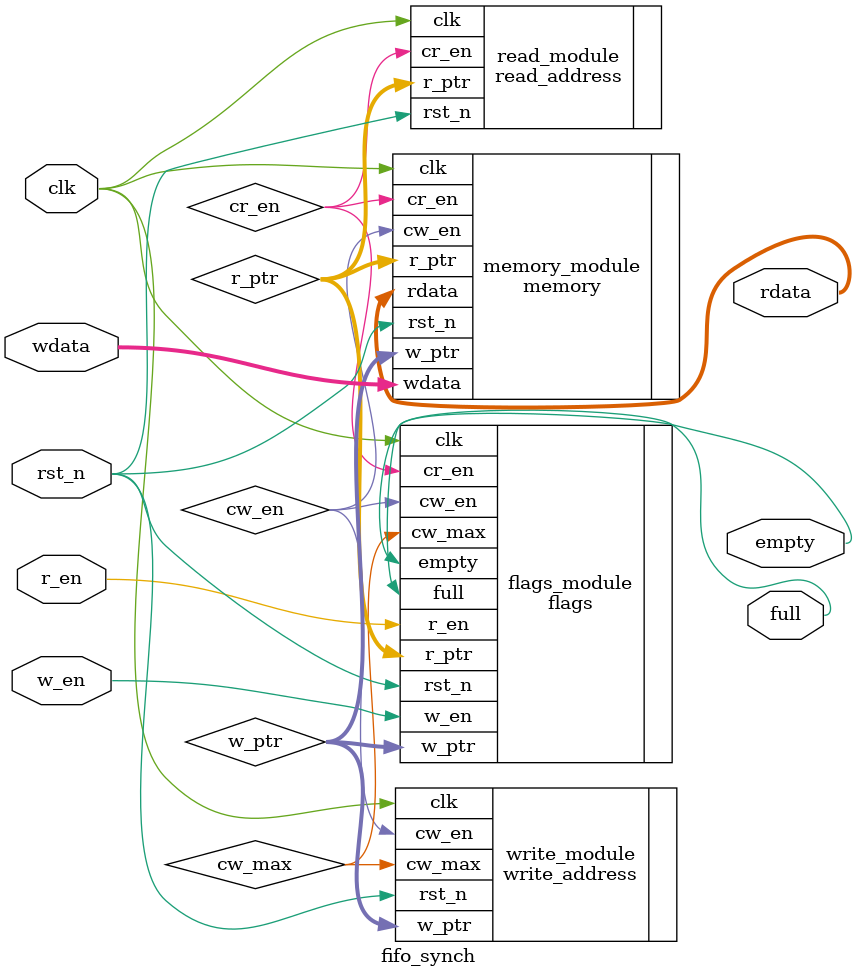
<source format=v>
module fifo_synch (
clk,
rst_n,
w_en,
r_en,
wdata,
full,
empty,
rdata);


parameter MEMORY_WIDTH = 4;
parameter MEMORY_DEPTH = 4;

parameter FIFO_ADDRESS_SIZE = 2;

parameter MEM_IP       = 0;

input clk;
input rst_n;
input w_en;
input r_en;
input [(MEMORY_WIDTH-1):0] wdata;

output full;
output empty;
output [(MEMORY_WIDTH-1):0] rdata;



wire cw_en;
wire [(FIFO_ADDRESS_SIZE):0] w_ptr;
wire cw_max;


write_address #(.MEMORY_DEPTH(MEMORY_DEPTH),
				.FIFO_ADDRESS_SIZE(FIFO_ADDRESS_SIZE))
  write_module (.clk(clk),
	    	   .rst_n(rst_n),
	    	   .cw_en(cw_en),
			   .w_ptr(w_ptr),
			   .cw_max(cw_max));


wire cr_en;
wire [(FIFO_ADDRESS_SIZE):0] r_ptr;


read_address #(.MEMORY_DEPTH(MEMORY_DEPTH),
				.FIFO_ADDRESS_SIZE(FIFO_ADDRESS_SIZE))
  read_module  (.clk(clk),
	    	   .rst_n(rst_n),
	    	   .cr_en(cr_en),
			   .r_ptr(r_ptr));


flags #(.MEMORY_DEPTH(MEMORY_DEPTH),
		.FIFO_ADDRESS_SIZE(FIFO_ADDRESS_SIZE))
	flags_module (.clk(clk),
				  .rst_n(rst_n),
				  .w_ptr(w_ptr),
                  .r_ptr(r_ptr),
                  .cw_max(cw_max),
				  .r_en(r_en),
                  .w_en(w_en),
                  .cw_en(cw_en),
                  .cr_en(cr_en),
                  .full(full),
                  .empty(empty));
	

memory #(.MEMORY_DEPTH(MEMORY_DEPTH),
		.MEMORY_WIDTH(MEMORY_WIDTH),
		.FIFO_ADDRESS_SIZE(FIFO_ADDRESS_SIZE),
		.MEM_IP(MEM_IP))
	memory_module (.clk(clk),
	               .rst_n(rst_n),
				   .cw_en(cw_en),
				   .cr_en(cr_en),
				   .wdata(wdata),
				   .w_ptr(w_ptr),
				   .r_ptr(r_ptr),
				   .rdata(rdata));

	
endmodule  
</source>
